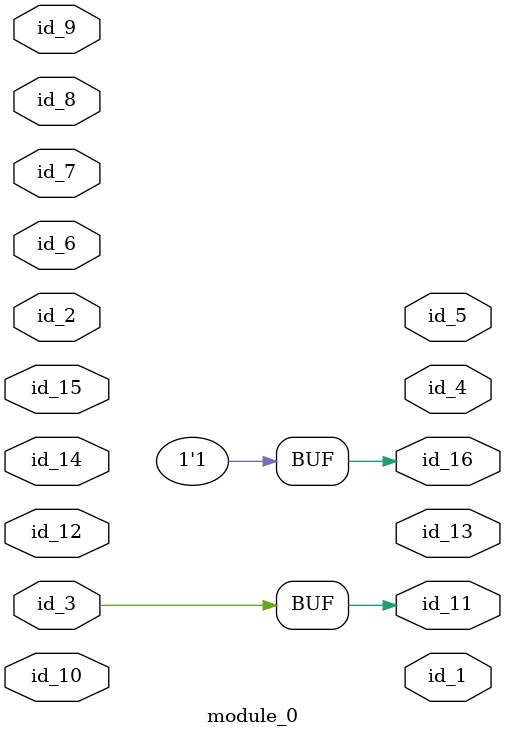
<source format=v>
`resetall
module module_0 (
    id_1,
    id_2,
    id_3,
    id_4,
    id_5,
    id_6,
    id_7,
    id_8,
    id_9,
    id_10,
    id_11,
    id_12,
    id_13,
    id_14,
    id_15,
    id_16
);
  output id_16;
  input id_15;
  inout id_14;
  output id_13;
  inout id_12;
  output id_11;
  inout id_10;
  input id_9;
  input id_8;
  input id_7;
  inout id_6;
  output id_5;
  output id_4;
  inout id_3;
  inout id_2;
  output id_1;
  assign id_11 = id_3;
  always @(posedge (1 === 1) or posedge 1'd0, posedge !id_8 < 1) if (1) if ('d0) id_6 <= 1'b0;
  initial id_16 <= #1 1;
endmodule

</source>
